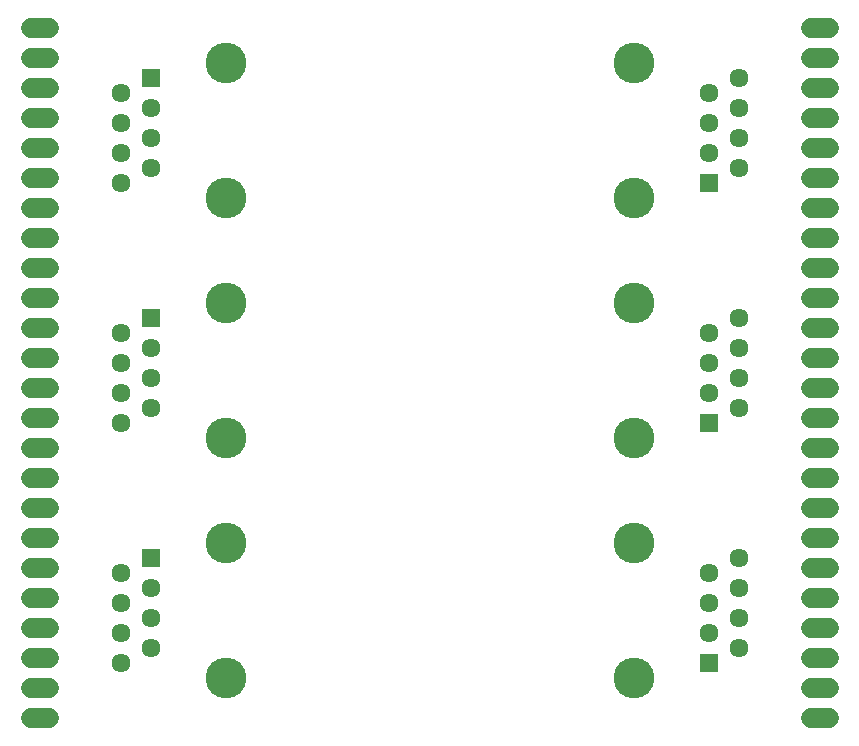
<source format=gts>
G75*
%MOIN*%
%OFA0B0*%
%FSLAX24Y24*%
%IPPOS*%
%LPD*%
%AMOC8*
5,1,8,0,0,1.08239X$1,22.5*
%
%ADD10C,0.0634*%
%ADD11R,0.0634X0.0634*%
%ADD12C,0.1360*%
%ADD13C,0.0680*%
D10*
X004600Y003033D03*
X005600Y003533D03*
X004600Y004033D03*
X005600Y004533D03*
X004600Y005033D03*
X005600Y005533D03*
X004600Y006033D03*
X004600Y011033D03*
X005600Y011533D03*
X004600Y012033D03*
X005600Y012533D03*
X004600Y013033D03*
X005600Y013533D03*
X004600Y014033D03*
X004600Y019033D03*
X005600Y019533D03*
X005600Y020533D03*
X004600Y020033D03*
X004600Y021033D03*
X005600Y021533D03*
X004600Y022033D03*
X024200Y022033D03*
X024200Y021033D03*
X024200Y020033D03*
X025200Y019533D03*
X025200Y020533D03*
X025200Y021533D03*
X025200Y022533D03*
X025200Y014533D03*
X025200Y013533D03*
X025200Y012533D03*
X025200Y011533D03*
X024200Y012033D03*
X024200Y013033D03*
X024200Y014033D03*
X025200Y006533D03*
X025200Y005533D03*
X025200Y004533D03*
X025200Y003533D03*
X024200Y004033D03*
X024200Y005033D03*
X024200Y006033D03*
D11*
X024200Y003033D03*
X024200Y011033D03*
X024200Y019033D03*
X005600Y022533D03*
X005600Y014533D03*
X005600Y006533D03*
D12*
X008100Y007033D03*
X008100Y010533D03*
X008100Y015033D03*
X008100Y018533D03*
X008100Y023033D03*
X021700Y023033D03*
X021700Y018533D03*
X021700Y015033D03*
X021700Y010533D03*
X021700Y007033D03*
X021700Y002533D03*
X008100Y002533D03*
D13*
X002200Y001183D02*
X001600Y001183D01*
X001600Y002183D02*
X002200Y002183D01*
X002200Y003183D02*
X001600Y003183D01*
X001600Y004183D02*
X002200Y004183D01*
X002200Y005183D02*
X001600Y005183D01*
X001600Y006183D02*
X002200Y006183D01*
X002200Y007183D02*
X001600Y007183D01*
X001600Y008183D02*
X002200Y008183D01*
X002200Y009183D02*
X001600Y009183D01*
X001600Y010183D02*
X002200Y010183D01*
X002200Y011183D02*
X001600Y011183D01*
X001600Y012183D02*
X002200Y012183D01*
X002200Y013183D02*
X001600Y013183D01*
X001600Y014183D02*
X002200Y014183D01*
X002200Y015183D02*
X001600Y015183D01*
X001600Y016183D02*
X002200Y016183D01*
X002200Y017183D02*
X001600Y017183D01*
X001600Y018183D02*
X002200Y018183D01*
X002200Y019183D02*
X001600Y019183D01*
X001600Y020183D02*
X002200Y020183D01*
X002200Y021183D02*
X001600Y021183D01*
X001600Y022183D02*
X002200Y022183D01*
X002200Y023183D02*
X001600Y023183D01*
X001600Y024183D02*
X002200Y024183D01*
X027600Y024183D02*
X028200Y024183D01*
X028200Y023183D02*
X027600Y023183D01*
X027600Y022183D02*
X028200Y022183D01*
X028200Y021183D02*
X027600Y021183D01*
X027600Y020183D02*
X028200Y020183D01*
X028200Y019183D02*
X027600Y019183D01*
X027600Y018183D02*
X028200Y018183D01*
X028200Y017183D02*
X027600Y017183D01*
X027600Y016183D02*
X028200Y016183D01*
X028200Y015183D02*
X027600Y015183D01*
X027600Y014183D02*
X028200Y014183D01*
X028200Y013183D02*
X027600Y013183D01*
X027600Y012183D02*
X028200Y012183D01*
X028200Y011183D02*
X027600Y011183D01*
X027600Y010183D02*
X028200Y010183D01*
X028200Y009183D02*
X027600Y009183D01*
X027600Y008183D02*
X028200Y008183D01*
X028200Y007183D02*
X027600Y007183D01*
X027600Y006183D02*
X028200Y006183D01*
X028200Y005183D02*
X027600Y005183D01*
X027600Y004183D02*
X028200Y004183D01*
X028200Y003183D02*
X027600Y003183D01*
X027600Y002183D02*
X028200Y002183D01*
X028200Y001183D02*
X027600Y001183D01*
M02*

</source>
